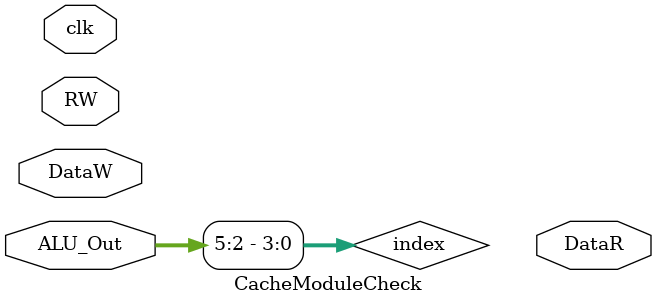
<source format=v>
`include "CacheComp.v"
`include "CacheRAM64MB.v"
`include "mux21.v"
module CacheModuleCheck(clk, ALU_Out, DataW, RW, DataR);
input clk;
input[31:0] ALU_Out, DataW;
input RW;
output[31:0] DataR;
wire[3:0] index;
wire [1:0] hit;
wire active0, active1, active2, active3, active4, active5, active6, active7, active8, active9, active10, active11, active12, active13, active14, active15;
wire [31:0] DataCacheOut, DataFinalOut, request;
wire [144:0] DataMemIn, DataMemOut;
assign index = ALU_Out[5:2];

begin
CacheSelectIndex CacheSelectIndex(index, active0, active1, active2, active3, active4, active5, active6, active7, active8, active9, active10, active11, active12, active13, active14, active15);
//CacheComp1 CacheComp0(active0, clk, ALU_Out, DataW, DataMemIn, RW, hit, DataCacheOut, DataMemOut, request);
//CacheComp CacheComp1(active1, clk, ALU_Out, DataW, DataMemIn, RW, hit, DataCacheOut, DataMemOut, request);
//CacheComp CacheComp2(active2, clk, ALU_Out, DataW, DataMemIn, RW, hit, DataCacheOut, DataMemOut, request);
//CacheComp CacheComp3(active3, clk, ALU_Out, DataW, DataMemIn, RW, hit, DataCacheOut, DataMemOut, request);
//CacheComp CacheComp4(active4, clk, ALU_Out, DataW, DataMemIn, RW, hit, DataCacheOut, DataMemOut, request);
//CacheComp CacheComp5(active5, clk, ALU_Out, DataW, DataMemIn, RW, hit, DataCacheOut, DataMemOut, request);
//CacheComp CacheComp6(active6, clk, ALU_Out, DataW, DataMemIn, RW, hit, DataCacheOut, DataMemOut, request);
//CacheComp CacheComp7(active7, clk, ALU_Out, DataW, DataMemIn, RW, hit, DataCacheOut, DataMemOut, request);
//CacheComp CacheComp8(active8, clk, ALU_Out, DataW, DataMemIn, RW, hit, DataCacheOut, DataMemOut, request);
//CacheComp CacheComp9(active9, clk, ALU_Out, DataW, DataMemIn, RW, hit, DataCacheOut, DataMemOut, request);
//CacheComp CacheComp10(active10, clk, ALU_Out, DataW, DataMemIn, RW, hit, DataCacheOut, DataMemOut, request);
//CacheComp CacheComp11(active11, clk, ALU_Out, DataW, DataMemIn, RW, hit, DataCacheOut, DataMemOut, request);
//CacheComp CacheComp12(active12, clk, ALU_Out, DataW, DataMemIn, RW, hit, DataCacheOut, DataMemOut, request);
//CacheComp CacheComp13(active13, clk, ALU_Out, DataW, DataMemIn, RW, hit, DataCacheOut, DataMemOut, request);
//CacheComp CacheComp14(active14, clk, ALU_Out, DataW, DataMemIn, RW, hit, DataCacheOut, DataMemOut, request);
//CacheComp CacheComp15(active15, clk, ALU_Out, DataW, DataMemIn, RW, hit, DataCacheOut, DataMemOut, request);
//
//CacheRam64MB CacheRam64MB(clk, hit, index, request, DataMemOut, DataMemIn, DataFinalOut);
//mux21 mux21(DataR, hit[1], DataFinalOut, DataCacheOut); //0 , 1
end
endmodule



</source>
